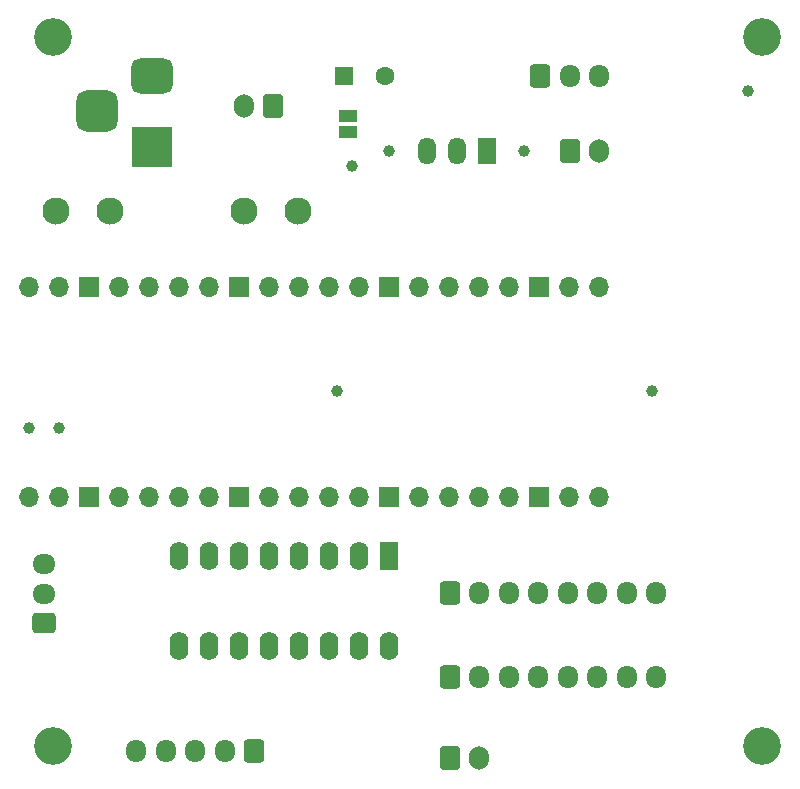
<source format=gbr>
%TF.GenerationSoftware,KiCad,Pcbnew,8.0.1*%
%TF.CreationDate,2024-08-29T15:45:34+09:00*%
%TF.ProjectId,raspcat,72617370-6361-4742-9e6b-696361645f70,rev?*%
%TF.SameCoordinates,Original*%
%TF.FileFunction,Soldermask,Bot*%
%TF.FilePolarity,Negative*%
%FSLAX46Y46*%
G04 Gerber Fmt 4.6, Leading zero omitted, Abs format (unit mm)*
G04 Created by KiCad (PCBNEW 8.0.1) date 2024-08-29 15:45:34*
%MOMM*%
%LPD*%
G01*
G04 APERTURE LIST*
G04 Aperture macros list*
%AMRoundRect*
0 Rectangle with rounded corners*
0 $1 Rounding radius*
0 $2 $3 $4 $5 $6 $7 $8 $9 X,Y pos of 4 corners*
0 Add a 4 corners polygon primitive as box body*
4,1,4,$2,$3,$4,$5,$6,$7,$8,$9,$2,$3,0*
0 Add four circle primitives for the rounded corners*
1,1,$1+$1,$2,$3*
1,1,$1+$1,$4,$5*
1,1,$1+$1,$6,$7*
1,1,$1+$1,$8,$9*
0 Add four rect primitives between the rounded corners*
20,1,$1+$1,$2,$3,$4,$5,0*
20,1,$1+$1,$4,$5,$6,$7,0*
20,1,$1+$1,$6,$7,$8,$9,0*
20,1,$1+$1,$8,$9,$2,$3,0*%
G04 Aperture macros list end*
%ADD10R,3.500000X3.500000*%
%ADD11RoundRect,0.750000X-1.000000X0.750000X-1.000000X-0.750000X1.000000X-0.750000X1.000000X0.750000X0*%
%ADD12RoundRect,0.875000X-0.875000X0.875000X-0.875000X-0.875000X0.875000X-0.875000X0.875000X0.875000X0*%
%ADD13RoundRect,0.250000X0.600000X0.750000X-0.600000X0.750000X-0.600000X-0.750000X0.600000X-0.750000X0*%
%ADD14O,1.700000X2.000000*%
%ADD15RoundRect,0.250000X0.600000X0.725000X-0.600000X0.725000X-0.600000X-0.725000X0.600000X-0.725000X0*%
%ADD16O,1.700000X1.950000*%
%ADD17RoundRect,0.250000X0.725000X-0.600000X0.725000X0.600000X-0.725000X0.600000X-0.725000X-0.600000X0*%
%ADD18O,1.950000X1.700000*%
%ADD19RoundRect,0.250000X-0.600000X-0.750000X0.600000X-0.750000X0.600000X0.750000X-0.600000X0.750000X0*%
%ADD20R,1.500000X2.300000*%
%ADD21O,1.500000X2.300000*%
%ADD22C,3.200000*%
%ADD23RoundRect,0.250000X-0.600000X-0.725000X0.600000X-0.725000X0.600000X0.725000X-0.600000X0.725000X0*%
%ADD24R,1.600000X1.600000*%
%ADD25C,1.600000*%
%ADD26C,2.300000*%
%ADD27R,1.600000X2.400000*%
%ADD28O,1.600000X2.400000*%
%ADD29O,1.700000X1.700000*%
%ADD30R,1.700000X1.700000*%
%ADD31C,1.000000*%
%ADD32R,1.500000X1.000000*%
G04 APERTURE END LIST*
D10*
%TO.C,J1*%
X13365000Y55740000D03*
D11*
X13365000Y61740000D03*
D12*
X8665000Y58740000D03*
%TD*%
D13*
%TO.C,J2*%
X23611000Y59200000D03*
D14*
X21111000Y59200000D03*
%TD*%
D15*
%TO.C,J9*%
X22000000Y4590000D03*
D16*
X19500000Y4590000D03*
X17000000Y4590000D03*
X14500000Y4590000D03*
X12000000Y4590000D03*
%TD*%
D17*
%TO.C,J5*%
X4220000Y15385000D03*
D18*
X4220000Y17885000D03*
X4220000Y20385000D03*
%TD*%
D19*
%TO.C,J7*%
X48710000Y55390000D03*
D14*
X51210000Y55390000D03*
%TD*%
D20*
%TO.C,U1*%
X41685000Y55390000D03*
D21*
X39145000Y55390000D03*
X36605000Y55390000D03*
%TD*%
D22*
%TO.C,H3*%
X65000000Y5000000D03*
%TD*%
%TO.C,H4*%
X65000000Y65000000D03*
%TD*%
%TO.C,H1*%
X5000000Y5000000D03*
%TD*%
%TO.C,H2*%
X5000000Y65000000D03*
%TD*%
D23*
%TO.C,J4*%
X38550000Y17925000D03*
D16*
X41050000Y17925000D03*
X43550000Y17925000D03*
X46050000Y17925000D03*
X48550000Y17925000D03*
X51050000Y17925000D03*
X53550000Y17925000D03*
X56050000Y17925000D03*
%TD*%
D23*
%TO.C,J3*%
X38550000Y10830000D03*
D16*
X41050000Y10830000D03*
X43550000Y10830000D03*
X46050000Y10830000D03*
X48550000Y10830000D03*
X51050000Y10830000D03*
X53550000Y10830000D03*
X56050000Y10830000D03*
%TD*%
D24*
%TO.C,C1*%
X29620000Y61740000D03*
D25*
X33120000Y61740000D03*
%TD*%
D26*
%TO.C,F1*%
X5211000Y50310000D03*
X9811000Y50310000D03*
X21111000Y50310000D03*
X25711000Y50310000D03*
%TD*%
D27*
%TO.C,U5*%
X33430000Y21100000D03*
D28*
X30890000Y21100000D03*
X28350000Y21100000D03*
X25810000Y21100000D03*
X23270000Y21100000D03*
X20730000Y21100000D03*
X18190000Y21100000D03*
X15650000Y21100000D03*
X15650000Y13480000D03*
X18190000Y13480000D03*
X20730000Y13480000D03*
X23270000Y13480000D03*
X25810000Y13480000D03*
X28350000Y13480000D03*
X30890000Y13480000D03*
X33430000Y13480000D03*
%TD*%
D29*
%TO.C,U2*%
X2950000Y26110000D03*
X5490000Y26110000D03*
D30*
X8030000Y26110000D03*
D29*
X10570000Y26110000D03*
X13110000Y26110000D03*
X15650000Y26110000D03*
X18190000Y26110000D03*
D30*
X20730000Y26110000D03*
D29*
X23270000Y26110000D03*
X25810000Y26110000D03*
X28350000Y26110000D03*
X30890000Y26110000D03*
D30*
X33430000Y26110000D03*
D29*
X35970000Y26110000D03*
X38510000Y26110000D03*
X41050000Y26110000D03*
X43590000Y26110000D03*
D30*
X46130000Y26110000D03*
D29*
X48670000Y26110000D03*
X51210000Y26110000D03*
X51210000Y43890000D03*
X48670000Y43890000D03*
D30*
X46130000Y43890000D03*
D29*
X43590000Y43890000D03*
X41050000Y43890000D03*
X38510000Y43890000D03*
X35970000Y43890000D03*
D30*
X33430000Y43890000D03*
D29*
X30890000Y43890000D03*
X28350000Y43890000D03*
X25810000Y43890000D03*
X23270000Y43890000D03*
D30*
X20730000Y43890000D03*
D29*
X18190000Y43890000D03*
X15650000Y43890000D03*
X13110000Y43890000D03*
X10570000Y43890000D03*
D30*
X8030000Y43890000D03*
D29*
X5490000Y43890000D03*
X2950000Y43890000D03*
%TD*%
D23*
%TO.C,J8*%
X46210000Y61740000D03*
D16*
X48710000Y61740000D03*
X51210000Y61740000D03*
%TD*%
D19*
%TO.C,J6*%
X38550000Y3955000D03*
D14*
X41050000Y3955000D03*
%TD*%
D31*
%TO.C,TP1*%
X44860000Y55390000D03*
%TD*%
%TO.C,TP8*%
X2950000Y31895000D03*
%TD*%
%TO.C,TP3*%
X30255000Y54120000D03*
%TD*%
%TO.C,TP7*%
X5490000Y31895000D03*
%TD*%
%TO.C,TP6*%
X63829000Y60470000D03*
%TD*%
%TO.C,TP4*%
X55655000Y35070000D03*
%TD*%
D32*
%TO.C,JP1*%
X29930000Y58311000D03*
X29930000Y57011000D03*
%TD*%
D31*
%TO.C,TP9*%
X28985000Y35070000D03*
%TD*%
%TO.C,TP2*%
X33430000Y55390000D03*
%TD*%
M02*

</source>
